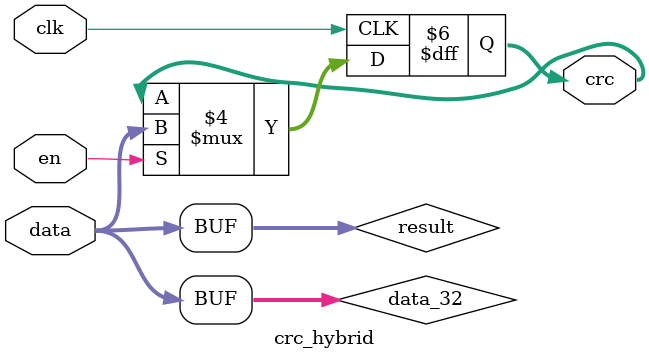
<source format=sv>
module crc_hybrid #(parameter WIDTH=32)(
    input clk, en,
    input [WIDTH-1:0] data,
    output reg [31:0] crc
);
    // 简化实现，仅处理32位数据
    // 对于大于32位的宽度，这里使用简化计算
    
    reg [31:0] temp;
    wire [31:0] data_32 = data[31:0];
    
    // 为WIDTH > 32的情况提供一个简化计算
    wire [31:0] result = (WIDTH > 32) ? 
                       {data_32[30:0], 1'b0} ^ 
                       (data_32[31] ? 32'h04C11DB7 : 0) : 
                       data_32;
    
    always @(posedge clk) begin
        if (en) begin
            temp <= data_32;  // 并行处理高32位
            crc <= result;
        end
    end
endmodule
</source>
